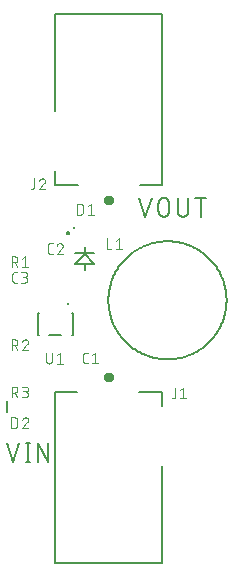
<source format=gto>
G04 EAGLE Gerber RS-274X export*
G75*
%MOMM*%
%FSLAX34Y34*%
%LPD*%
%INSilkscreen Top*%
%IPPOS*%
%AMOC8*
5,1,8,0,0,1.08239X$1,22.5*%
G01*
%ADD10C,0.177800*%
%ADD11C,0.101600*%
%ADD12C,0.200000*%
%ADD13C,0.127000*%
%ADD14C,0.076200*%
%ADD15C,0.203200*%
%ADD16C,0.400000*%


D10*
X123801Y279111D02*
X129135Y263109D01*
X134469Y279111D01*
X141640Y279111D02*
X141640Y263109D01*
X139862Y263109D02*
X143418Y263109D01*
X143418Y279111D02*
X139862Y279111D01*
X150221Y279111D02*
X150221Y263109D01*
X159111Y263109D02*
X150221Y279111D01*
X159111Y279111D02*
X159111Y263109D01*
X241223Y470889D02*
X235889Y486891D01*
X246557Y486891D02*
X241223Y470889D01*
X252409Y475334D02*
X252409Y482446D01*
X252411Y482578D01*
X252417Y482709D01*
X252427Y482841D01*
X252440Y482972D01*
X252458Y483102D01*
X252479Y483232D01*
X252504Y483362D01*
X252533Y483490D01*
X252566Y483618D01*
X252603Y483744D01*
X252643Y483870D01*
X252687Y483994D01*
X252735Y484117D01*
X252786Y484238D01*
X252841Y484358D01*
X252899Y484476D01*
X252961Y484592D01*
X253027Y484706D01*
X253095Y484819D01*
X253167Y484929D01*
X253242Y485037D01*
X253321Y485143D01*
X253402Y485247D01*
X253487Y485348D01*
X253574Y485446D01*
X253665Y485542D01*
X253758Y485635D01*
X253854Y485726D01*
X253952Y485813D01*
X254053Y485898D01*
X254157Y485979D01*
X254263Y486058D01*
X254371Y486133D01*
X254481Y486205D01*
X254594Y486273D01*
X254708Y486339D01*
X254824Y486401D01*
X254942Y486459D01*
X255062Y486514D01*
X255183Y486565D01*
X255306Y486613D01*
X255430Y486657D01*
X255556Y486697D01*
X255682Y486734D01*
X255810Y486767D01*
X255938Y486796D01*
X256068Y486821D01*
X256198Y486842D01*
X256328Y486860D01*
X256459Y486873D01*
X256591Y486883D01*
X256722Y486889D01*
X256854Y486891D01*
X256986Y486889D01*
X257117Y486883D01*
X257249Y486873D01*
X257380Y486860D01*
X257510Y486842D01*
X257640Y486821D01*
X257770Y486796D01*
X257898Y486767D01*
X258026Y486734D01*
X258152Y486697D01*
X258278Y486657D01*
X258402Y486613D01*
X258525Y486565D01*
X258646Y486514D01*
X258766Y486459D01*
X258884Y486401D01*
X259000Y486339D01*
X259114Y486273D01*
X259227Y486205D01*
X259337Y486133D01*
X259445Y486058D01*
X259551Y485979D01*
X259655Y485898D01*
X259756Y485813D01*
X259854Y485726D01*
X259950Y485635D01*
X260043Y485542D01*
X260134Y485446D01*
X260221Y485348D01*
X260306Y485247D01*
X260387Y485143D01*
X260466Y485037D01*
X260541Y484929D01*
X260613Y484819D01*
X260681Y484706D01*
X260747Y484592D01*
X260809Y484476D01*
X260867Y484358D01*
X260922Y484238D01*
X260973Y484117D01*
X261021Y483994D01*
X261065Y483870D01*
X261105Y483744D01*
X261142Y483618D01*
X261175Y483490D01*
X261204Y483362D01*
X261229Y483232D01*
X261250Y483102D01*
X261268Y482972D01*
X261281Y482841D01*
X261291Y482709D01*
X261297Y482578D01*
X261299Y482446D01*
X261299Y475334D01*
X261297Y475202D01*
X261291Y475071D01*
X261281Y474939D01*
X261268Y474808D01*
X261250Y474678D01*
X261229Y474548D01*
X261204Y474418D01*
X261175Y474290D01*
X261142Y474162D01*
X261105Y474036D01*
X261065Y473910D01*
X261021Y473786D01*
X260973Y473663D01*
X260922Y473542D01*
X260867Y473422D01*
X260809Y473304D01*
X260747Y473188D01*
X260681Y473074D01*
X260613Y472961D01*
X260541Y472851D01*
X260466Y472743D01*
X260387Y472637D01*
X260306Y472533D01*
X260221Y472432D01*
X260134Y472334D01*
X260043Y472238D01*
X259950Y472145D01*
X259854Y472054D01*
X259756Y471967D01*
X259655Y471882D01*
X259551Y471801D01*
X259445Y471722D01*
X259337Y471647D01*
X259227Y471575D01*
X259114Y471507D01*
X259000Y471441D01*
X258884Y471379D01*
X258766Y471321D01*
X258646Y471266D01*
X258525Y471215D01*
X258402Y471167D01*
X258278Y471123D01*
X258152Y471083D01*
X258026Y471046D01*
X257898Y471013D01*
X257770Y470984D01*
X257640Y470959D01*
X257510Y470938D01*
X257380Y470920D01*
X257249Y470907D01*
X257117Y470897D01*
X256986Y470891D01*
X256854Y470889D01*
X256722Y470891D01*
X256591Y470897D01*
X256459Y470907D01*
X256328Y470920D01*
X256198Y470938D01*
X256068Y470959D01*
X255938Y470984D01*
X255810Y471013D01*
X255682Y471046D01*
X255556Y471083D01*
X255430Y471123D01*
X255306Y471167D01*
X255183Y471215D01*
X255062Y471266D01*
X254942Y471321D01*
X254824Y471379D01*
X254708Y471441D01*
X254594Y471507D01*
X254481Y471575D01*
X254371Y471647D01*
X254263Y471722D01*
X254157Y471801D01*
X254053Y471882D01*
X253952Y471967D01*
X253854Y472054D01*
X253758Y472145D01*
X253665Y472238D01*
X253574Y472334D01*
X253487Y472432D01*
X253402Y472533D01*
X253321Y472637D01*
X253242Y472743D01*
X253167Y472851D01*
X253095Y472961D01*
X253027Y473074D01*
X252961Y473188D01*
X252899Y473304D01*
X252841Y473422D01*
X252786Y473542D01*
X252735Y473663D01*
X252687Y473786D01*
X252643Y473910D01*
X252603Y474036D01*
X252566Y474162D01*
X252533Y474290D01*
X252504Y474418D01*
X252479Y474548D01*
X252458Y474678D01*
X252440Y474808D01*
X252427Y474939D01*
X252417Y475071D01*
X252411Y475202D01*
X252409Y475334D01*
X268562Y475334D02*
X268562Y486891D01*
X268562Y475334D02*
X268564Y475202D01*
X268570Y475071D01*
X268580Y474939D01*
X268593Y474808D01*
X268611Y474678D01*
X268632Y474548D01*
X268657Y474418D01*
X268686Y474290D01*
X268719Y474162D01*
X268756Y474036D01*
X268796Y473910D01*
X268840Y473786D01*
X268888Y473663D01*
X268939Y473542D01*
X268994Y473422D01*
X269052Y473304D01*
X269114Y473188D01*
X269180Y473074D01*
X269248Y472961D01*
X269320Y472851D01*
X269395Y472743D01*
X269474Y472637D01*
X269555Y472533D01*
X269640Y472432D01*
X269727Y472334D01*
X269818Y472238D01*
X269911Y472145D01*
X270007Y472054D01*
X270105Y471967D01*
X270206Y471882D01*
X270310Y471801D01*
X270416Y471722D01*
X270524Y471647D01*
X270634Y471575D01*
X270747Y471507D01*
X270861Y471441D01*
X270977Y471379D01*
X271095Y471321D01*
X271215Y471266D01*
X271336Y471215D01*
X271459Y471167D01*
X271583Y471123D01*
X271709Y471083D01*
X271835Y471046D01*
X271963Y471013D01*
X272091Y470984D01*
X272221Y470959D01*
X272351Y470938D01*
X272481Y470920D01*
X272612Y470907D01*
X272744Y470897D01*
X272875Y470891D01*
X273007Y470889D01*
X273139Y470891D01*
X273270Y470897D01*
X273402Y470907D01*
X273533Y470920D01*
X273663Y470938D01*
X273793Y470959D01*
X273923Y470984D01*
X274051Y471013D01*
X274179Y471046D01*
X274305Y471083D01*
X274431Y471123D01*
X274555Y471167D01*
X274678Y471215D01*
X274799Y471266D01*
X274919Y471321D01*
X275037Y471379D01*
X275153Y471441D01*
X275267Y471507D01*
X275380Y471575D01*
X275490Y471647D01*
X275598Y471722D01*
X275704Y471801D01*
X275808Y471882D01*
X275909Y471967D01*
X276007Y472054D01*
X276103Y472145D01*
X276196Y472238D01*
X276287Y472334D01*
X276374Y472432D01*
X276459Y472533D01*
X276540Y472637D01*
X276619Y472743D01*
X276694Y472851D01*
X276766Y472961D01*
X276834Y473074D01*
X276900Y473188D01*
X276962Y473304D01*
X277020Y473422D01*
X277075Y473542D01*
X277126Y473663D01*
X277174Y473786D01*
X277218Y473910D01*
X277258Y474036D01*
X277295Y474162D01*
X277328Y474290D01*
X277357Y474418D01*
X277382Y474548D01*
X277403Y474678D01*
X277421Y474808D01*
X277434Y474939D01*
X277444Y475071D01*
X277450Y475202D01*
X277452Y475334D01*
X277452Y486891D01*
X288117Y486891D02*
X288117Y470889D01*
X283672Y486891D02*
X292562Y486891D01*
D11*
X192733Y346618D02*
X190736Y346618D01*
X190649Y346620D01*
X190562Y346626D01*
X190475Y346635D01*
X190389Y346648D01*
X190304Y346665D01*
X190219Y346686D01*
X190136Y346710D01*
X190053Y346738D01*
X189972Y346770D01*
X189892Y346805D01*
X189814Y346844D01*
X189738Y346885D01*
X189664Y346931D01*
X189591Y346979D01*
X189521Y347030D01*
X189453Y347085D01*
X189388Y347142D01*
X189325Y347203D01*
X189264Y347266D01*
X189207Y347331D01*
X189152Y347399D01*
X189101Y347469D01*
X189053Y347542D01*
X189007Y347616D01*
X188966Y347692D01*
X188927Y347770D01*
X188892Y347850D01*
X188860Y347931D01*
X188832Y348014D01*
X188808Y348097D01*
X188787Y348182D01*
X188770Y348267D01*
X188757Y348353D01*
X188748Y348440D01*
X188742Y348527D01*
X188740Y348614D01*
X188740Y353606D01*
X188742Y353693D01*
X188748Y353780D01*
X188757Y353867D01*
X188770Y353953D01*
X188787Y354038D01*
X188808Y354123D01*
X188832Y354206D01*
X188860Y354289D01*
X188892Y354370D01*
X188927Y354450D01*
X188966Y354528D01*
X189007Y354604D01*
X189053Y354678D01*
X189101Y354751D01*
X189152Y354821D01*
X189207Y354889D01*
X189264Y354954D01*
X189325Y355017D01*
X189388Y355078D01*
X189453Y355135D01*
X189521Y355190D01*
X189591Y355241D01*
X189664Y355289D01*
X189738Y355335D01*
X189814Y355376D01*
X189892Y355415D01*
X189972Y355450D01*
X190053Y355482D01*
X190136Y355510D01*
X190219Y355534D01*
X190304Y355555D01*
X190389Y355572D01*
X190475Y355585D01*
X190562Y355594D01*
X190649Y355600D01*
X190736Y355602D01*
X192733Y355602D01*
X196269Y353606D02*
X198765Y355602D01*
X198765Y346618D01*
X201260Y346618D02*
X196269Y346618D01*
X162733Y439398D02*
X160736Y439398D01*
X160649Y439400D01*
X160562Y439406D01*
X160475Y439415D01*
X160389Y439428D01*
X160304Y439445D01*
X160219Y439466D01*
X160136Y439490D01*
X160053Y439518D01*
X159972Y439550D01*
X159892Y439585D01*
X159814Y439624D01*
X159738Y439665D01*
X159664Y439711D01*
X159591Y439759D01*
X159521Y439810D01*
X159453Y439865D01*
X159388Y439922D01*
X159325Y439983D01*
X159264Y440046D01*
X159207Y440111D01*
X159152Y440179D01*
X159101Y440249D01*
X159053Y440322D01*
X159007Y440396D01*
X158966Y440472D01*
X158927Y440550D01*
X158892Y440630D01*
X158860Y440711D01*
X158832Y440794D01*
X158808Y440877D01*
X158787Y440962D01*
X158770Y441047D01*
X158757Y441133D01*
X158748Y441220D01*
X158742Y441307D01*
X158740Y441394D01*
X158740Y446386D01*
X158742Y446473D01*
X158748Y446560D01*
X158757Y446647D01*
X158770Y446733D01*
X158787Y446818D01*
X158808Y446903D01*
X158832Y446986D01*
X158860Y447069D01*
X158892Y447150D01*
X158927Y447230D01*
X158966Y447308D01*
X159007Y447384D01*
X159053Y447458D01*
X159101Y447531D01*
X159152Y447601D01*
X159207Y447669D01*
X159264Y447734D01*
X159325Y447797D01*
X159388Y447858D01*
X159453Y447915D01*
X159521Y447970D01*
X159591Y448021D01*
X159664Y448069D01*
X159738Y448115D01*
X159814Y448156D01*
X159892Y448195D01*
X159972Y448230D01*
X160053Y448262D01*
X160136Y448290D01*
X160219Y448314D01*
X160304Y448335D01*
X160389Y448352D01*
X160475Y448365D01*
X160562Y448374D01*
X160649Y448380D01*
X160736Y448382D01*
X162733Y448382D01*
X169014Y448382D02*
X169107Y448380D01*
X169199Y448374D01*
X169292Y448365D01*
X169384Y448351D01*
X169475Y448334D01*
X169565Y448313D01*
X169655Y448289D01*
X169743Y448260D01*
X169830Y448228D01*
X169916Y448193D01*
X170000Y448154D01*
X170083Y448111D01*
X170164Y448065D01*
X170242Y448016D01*
X170319Y447964D01*
X170394Y447908D01*
X170466Y447850D01*
X170535Y447788D01*
X170602Y447724D01*
X170666Y447657D01*
X170728Y447588D01*
X170786Y447516D01*
X170842Y447441D01*
X170894Y447364D01*
X170943Y447286D01*
X170989Y447205D01*
X171032Y447122D01*
X171071Y447038D01*
X171106Y446952D01*
X171138Y446865D01*
X171167Y446777D01*
X171191Y446687D01*
X171212Y446597D01*
X171229Y446506D01*
X171243Y446414D01*
X171252Y446321D01*
X171258Y446229D01*
X171260Y446136D01*
X169014Y448383D02*
X168907Y448381D01*
X168801Y448375D01*
X168694Y448365D01*
X168589Y448351D01*
X168483Y448334D01*
X168379Y448312D01*
X168275Y448287D01*
X168172Y448258D01*
X168071Y448225D01*
X167971Y448188D01*
X167872Y448147D01*
X167775Y448103D01*
X167679Y448056D01*
X167585Y448005D01*
X167494Y447950D01*
X167404Y447892D01*
X167317Y447831D01*
X167231Y447767D01*
X167149Y447699D01*
X167069Y447629D01*
X166991Y447555D01*
X166916Y447479D01*
X166844Y447400D01*
X166776Y447319D01*
X166710Y447235D01*
X166647Y447148D01*
X166588Y447060D01*
X166531Y446969D01*
X166479Y446876D01*
X166429Y446781D01*
X166384Y446685D01*
X166342Y446587D01*
X166303Y446487D01*
X166268Y446386D01*
X170512Y444389D02*
X170582Y444458D01*
X170648Y444529D01*
X170712Y444603D01*
X170772Y444680D01*
X170830Y444759D01*
X170884Y444840D01*
X170934Y444924D01*
X170982Y445009D01*
X171026Y445097D01*
X171066Y445186D01*
X171103Y445276D01*
X171136Y445368D01*
X171165Y445461D01*
X171190Y445556D01*
X171212Y445651D01*
X171229Y445747D01*
X171243Y445844D01*
X171253Y445941D01*
X171259Y446038D01*
X171261Y446136D01*
X170512Y444389D02*
X166269Y439398D01*
X171260Y439398D01*
X132733Y414888D02*
X130736Y414888D01*
X130649Y414890D01*
X130562Y414896D01*
X130475Y414905D01*
X130389Y414918D01*
X130304Y414935D01*
X130219Y414956D01*
X130136Y414980D01*
X130053Y415008D01*
X129972Y415040D01*
X129892Y415075D01*
X129814Y415114D01*
X129738Y415155D01*
X129664Y415201D01*
X129591Y415249D01*
X129521Y415300D01*
X129453Y415355D01*
X129388Y415412D01*
X129325Y415473D01*
X129264Y415536D01*
X129207Y415601D01*
X129152Y415669D01*
X129101Y415739D01*
X129053Y415812D01*
X129007Y415886D01*
X128966Y415962D01*
X128927Y416040D01*
X128892Y416120D01*
X128860Y416201D01*
X128832Y416284D01*
X128808Y416367D01*
X128787Y416452D01*
X128770Y416537D01*
X128757Y416623D01*
X128748Y416710D01*
X128742Y416797D01*
X128740Y416884D01*
X128740Y421876D01*
X128742Y421963D01*
X128748Y422050D01*
X128757Y422137D01*
X128770Y422223D01*
X128787Y422308D01*
X128808Y422393D01*
X128832Y422476D01*
X128860Y422559D01*
X128892Y422640D01*
X128927Y422720D01*
X128966Y422798D01*
X129007Y422874D01*
X129053Y422948D01*
X129101Y423021D01*
X129152Y423091D01*
X129207Y423159D01*
X129264Y423224D01*
X129325Y423287D01*
X129388Y423348D01*
X129453Y423405D01*
X129521Y423460D01*
X129591Y423511D01*
X129664Y423559D01*
X129738Y423605D01*
X129814Y423646D01*
X129892Y423685D01*
X129972Y423720D01*
X130053Y423752D01*
X130136Y423780D01*
X130219Y423804D01*
X130304Y423825D01*
X130389Y423842D01*
X130475Y423855D01*
X130562Y423864D01*
X130649Y423870D01*
X130736Y423872D01*
X132733Y423872D01*
X136269Y414888D02*
X138765Y414888D01*
X138864Y414890D01*
X138963Y414896D01*
X139062Y414906D01*
X139160Y414920D01*
X139258Y414937D01*
X139355Y414959D01*
X139451Y414984D01*
X139546Y415013D01*
X139639Y415046D01*
X139732Y415083D01*
X139822Y415123D01*
X139911Y415167D01*
X139999Y415214D01*
X140084Y415265D01*
X140167Y415319D01*
X140248Y415376D01*
X140327Y415437D01*
X140403Y415501D01*
X140477Y415567D01*
X140547Y415637D01*
X140615Y415709D01*
X140681Y415784D01*
X140743Y415861D01*
X140802Y415941D01*
X140857Y416023D01*
X140910Y416107D01*
X140959Y416194D01*
X141005Y416282D01*
X141047Y416372D01*
X141085Y416463D01*
X141120Y416556D01*
X141151Y416651D01*
X141178Y416746D01*
X141202Y416842D01*
X141221Y416940D01*
X141237Y417038D01*
X141249Y417136D01*
X141257Y417235D01*
X141261Y417334D01*
X141261Y417434D01*
X141257Y417533D01*
X141249Y417632D01*
X141237Y417730D01*
X141221Y417828D01*
X141202Y417926D01*
X141178Y418022D01*
X141151Y418117D01*
X141120Y418212D01*
X141085Y418305D01*
X141047Y418396D01*
X141005Y418486D01*
X140959Y418574D01*
X140910Y418661D01*
X140857Y418745D01*
X140802Y418827D01*
X140743Y418907D01*
X140681Y418984D01*
X140615Y419059D01*
X140547Y419131D01*
X140477Y419201D01*
X140403Y419267D01*
X140327Y419331D01*
X140248Y419392D01*
X140167Y419449D01*
X140084Y419503D01*
X139999Y419554D01*
X139911Y419601D01*
X139822Y419645D01*
X139732Y419685D01*
X139639Y419722D01*
X139546Y419755D01*
X139451Y419784D01*
X139355Y419809D01*
X139258Y419831D01*
X139160Y419848D01*
X139062Y419862D01*
X138963Y419872D01*
X138864Y419878D01*
X138765Y419880D01*
X139264Y423872D02*
X136269Y423872D01*
X139264Y423872D02*
X139352Y423870D01*
X139440Y423864D01*
X139528Y423854D01*
X139615Y423841D01*
X139702Y423823D01*
X139788Y423802D01*
X139872Y423777D01*
X139956Y423748D01*
X140038Y423716D01*
X140119Y423680D01*
X140198Y423640D01*
X140275Y423597D01*
X140350Y423551D01*
X140423Y423501D01*
X140494Y423448D01*
X140562Y423392D01*
X140628Y423333D01*
X140691Y423272D01*
X140751Y423207D01*
X140809Y423140D01*
X140863Y423071D01*
X140914Y422999D01*
X140962Y422925D01*
X141007Y422848D01*
X141048Y422770D01*
X141086Y422691D01*
X141120Y422609D01*
X141151Y422526D01*
X141178Y422442D01*
X141201Y422357D01*
X141221Y422271D01*
X141236Y422184D01*
X141248Y422096D01*
X141256Y422008D01*
X141260Y421920D01*
X141260Y421832D01*
X141256Y421744D01*
X141248Y421656D01*
X141236Y421568D01*
X141221Y421481D01*
X141201Y421395D01*
X141178Y421310D01*
X141151Y421226D01*
X141120Y421143D01*
X141086Y421061D01*
X141048Y420982D01*
X141007Y420904D01*
X140962Y420827D01*
X140914Y420753D01*
X140863Y420681D01*
X140809Y420612D01*
X140751Y420545D01*
X140691Y420480D01*
X140628Y420419D01*
X140562Y420360D01*
X140494Y420304D01*
X140423Y420251D01*
X140350Y420201D01*
X140275Y420155D01*
X140198Y420112D01*
X140119Y420072D01*
X140038Y420036D01*
X139956Y420004D01*
X139872Y419975D01*
X139788Y419950D01*
X139702Y419929D01*
X139615Y419911D01*
X139528Y419898D01*
X139440Y419888D01*
X139352Y419882D01*
X139264Y419880D01*
X139264Y419879D02*
X137268Y419879D01*
D12*
X181000Y461000D03*
D13*
X190000Y431000D02*
X190000Y426000D01*
X182000Y431000D02*
X198000Y431000D01*
X190000Y439000D01*
X182000Y431000D01*
X190000Y440000D02*
X198000Y440000D01*
X190000Y440000D02*
X182000Y440000D01*
X190000Y440000D02*
X190000Y445000D01*
X175000Y457000D02*
X175002Y457063D01*
X175008Y457125D01*
X175018Y457187D01*
X175031Y457249D01*
X175049Y457309D01*
X175070Y457368D01*
X175095Y457426D01*
X175124Y457482D01*
X175156Y457536D01*
X175191Y457588D01*
X175229Y457637D01*
X175271Y457685D01*
X175315Y457729D01*
X175363Y457771D01*
X175412Y457809D01*
X175464Y457844D01*
X175518Y457876D01*
X175574Y457905D01*
X175632Y457930D01*
X175691Y457951D01*
X175751Y457969D01*
X175813Y457982D01*
X175875Y457992D01*
X175937Y457998D01*
X176000Y458000D01*
X176063Y457998D01*
X176125Y457992D01*
X176187Y457982D01*
X176249Y457969D01*
X176309Y457951D01*
X176368Y457930D01*
X176426Y457905D01*
X176482Y457876D01*
X176536Y457844D01*
X176588Y457809D01*
X176637Y457771D01*
X176685Y457729D01*
X176729Y457685D01*
X176771Y457637D01*
X176809Y457588D01*
X176844Y457536D01*
X176876Y457482D01*
X176905Y457426D01*
X176930Y457368D01*
X176951Y457309D01*
X176969Y457249D01*
X176982Y457187D01*
X176992Y457125D01*
X176998Y457063D01*
X177000Y457000D01*
X176998Y456937D01*
X176992Y456875D01*
X176982Y456813D01*
X176969Y456751D01*
X176951Y456691D01*
X176930Y456632D01*
X176905Y456574D01*
X176876Y456518D01*
X176844Y456464D01*
X176809Y456412D01*
X176771Y456363D01*
X176729Y456315D01*
X176685Y456271D01*
X176637Y456229D01*
X176588Y456191D01*
X176536Y456156D01*
X176482Y456124D01*
X176426Y456095D01*
X176368Y456070D01*
X176309Y456049D01*
X176249Y456031D01*
X176187Y456018D01*
X176125Y456008D01*
X176063Y456002D01*
X176000Y456000D01*
X175937Y456002D01*
X175875Y456008D01*
X175813Y456018D01*
X175751Y456031D01*
X175691Y456049D01*
X175632Y456070D01*
X175574Y456095D01*
X175518Y456124D01*
X175464Y456156D01*
X175412Y456191D01*
X175363Y456229D01*
X175315Y456271D01*
X175271Y456315D01*
X175229Y456363D01*
X175191Y456412D01*
X175156Y456464D01*
X175124Y456518D01*
X175095Y456574D01*
X175070Y456632D01*
X175049Y456691D01*
X175031Y456751D01*
X175018Y456813D01*
X175008Y456875D01*
X175002Y456937D01*
X175000Y457000D01*
D14*
X183381Y472381D02*
X183381Y481619D01*
X185947Y481619D01*
X186045Y481617D01*
X186143Y481611D01*
X186241Y481602D01*
X186339Y481589D01*
X186436Y481572D01*
X186532Y481552D01*
X186627Y481527D01*
X186721Y481499D01*
X186814Y481468D01*
X186906Y481433D01*
X186997Y481394D01*
X187086Y481353D01*
X187173Y481307D01*
X187258Y481259D01*
X187342Y481207D01*
X187423Y481152D01*
X187503Y481094D01*
X187580Y481033D01*
X187654Y480969D01*
X187726Y480902D01*
X187796Y480832D01*
X187863Y480760D01*
X187927Y480686D01*
X187988Y480609D01*
X188046Y480529D01*
X188101Y480448D01*
X188153Y480364D01*
X188201Y480279D01*
X188247Y480192D01*
X188288Y480103D01*
X188327Y480012D01*
X188362Y479920D01*
X188393Y479827D01*
X188421Y479733D01*
X188446Y479638D01*
X188466Y479542D01*
X188483Y479445D01*
X188496Y479347D01*
X188505Y479249D01*
X188511Y479151D01*
X188513Y479053D01*
X188513Y474947D01*
X188511Y474849D01*
X188505Y474751D01*
X188496Y474653D01*
X188483Y474555D01*
X188466Y474458D01*
X188446Y474362D01*
X188421Y474267D01*
X188393Y474173D01*
X188362Y474080D01*
X188327Y473988D01*
X188288Y473897D01*
X188247Y473808D01*
X188201Y473721D01*
X188153Y473636D01*
X188101Y473552D01*
X188046Y473471D01*
X187988Y473391D01*
X187927Y473314D01*
X187863Y473240D01*
X187796Y473168D01*
X187726Y473098D01*
X187654Y473031D01*
X187580Y472967D01*
X187503Y472906D01*
X187423Y472848D01*
X187342Y472793D01*
X187258Y472741D01*
X187173Y472693D01*
X187086Y472647D01*
X186997Y472606D01*
X186906Y472567D01*
X186814Y472532D01*
X186721Y472501D01*
X186627Y472473D01*
X186532Y472448D01*
X186436Y472428D01*
X186339Y472411D01*
X186241Y472398D01*
X186143Y472389D01*
X186045Y472383D01*
X185947Y472381D01*
X183381Y472381D01*
X192681Y479566D02*
X195247Y481619D01*
X195247Y472381D01*
X192681Y472381D02*
X197813Y472381D01*
D15*
X124125Y314763D02*
X124125Y305238D01*
D11*
X127854Y300842D02*
X127854Y291858D01*
X127854Y300842D02*
X130350Y300842D01*
X130448Y300840D01*
X130546Y300834D01*
X130643Y300825D01*
X130740Y300811D01*
X130837Y300794D01*
X130933Y300773D01*
X131028Y300748D01*
X131121Y300720D01*
X131214Y300688D01*
X131305Y300652D01*
X131395Y300613D01*
X131483Y300570D01*
X131570Y300524D01*
X131654Y300474D01*
X131737Y300421D01*
X131817Y300365D01*
X131895Y300306D01*
X131971Y300244D01*
X132044Y300179D01*
X132115Y300111D01*
X132183Y300040D01*
X132248Y299967D01*
X132310Y299891D01*
X132369Y299813D01*
X132425Y299733D01*
X132478Y299650D01*
X132528Y299566D01*
X132574Y299479D01*
X132617Y299391D01*
X132656Y299301D01*
X132692Y299210D01*
X132724Y299117D01*
X132752Y299024D01*
X132777Y298929D01*
X132798Y298833D01*
X132815Y298736D01*
X132829Y298639D01*
X132838Y298542D01*
X132844Y298444D01*
X132846Y298346D01*
X132846Y294354D01*
X132844Y294256D01*
X132838Y294158D01*
X132829Y294061D01*
X132815Y293964D01*
X132798Y293867D01*
X132777Y293771D01*
X132752Y293676D01*
X132724Y293583D01*
X132692Y293490D01*
X132656Y293399D01*
X132617Y293309D01*
X132574Y293221D01*
X132528Y293134D01*
X132478Y293050D01*
X132425Y292967D01*
X132369Y292887D01*
X132310Y292809D01*
X132248Y292733D01*
X132183Y292660D01*
X132115Y292589D01*
X132044Y292521D01*
X131971Y292456D01*
X131895Y292394D01*
X131817Y292335D01*
X131737Y292279D01*
X131654Y292226D01*
X131570Y292176D01*
X131483Y292130D01*
X131395Y292087D01*
X131305Y292048D01*
X131214Y292012D01*
X131121Y291980D01*
X131027Y291952D01*
X130933Y291927D01*
X130837Y291906D01*
X130740Y291889D01*
X130643Y291875D01*
X130546Y291866D01*
X130448Y291860D01*
X130350Y291858D01*
X127854Y291858D01*
X139900Y300842D02*
X139993Y300840D01*
X140085Y300834D01*
X140178Y300825D01*
X140270Y300811D01*
X140361Y300794D01*
X140451Y300773D01*
X140541Y300749D01*
X140629Y300720D01*
X140716Y300688D01*
X140802Y300653D01*
X140886Y300614D01*
X140969Y300571D01*
X141050Y300525D01*
X141128Y300476D01*
X141205Y300424D01*
X141280Y300368D01*
X141352Y300310D01*
X141421Y300248D01*
X141488Y300184D01*
X141552Y300117D01*
X141614Y300048D01*
X141672Y299976D01*
X141728Y299901D01*
X141780Y299824D01*
X141829Y299746D01*
X141875Y299665D01*
X141918Y299582D01*
X141957Y299498D01*
X141992Y299412D01*
X142024Y299325D01*
X142053Y299237D01*
X142077Y299147D01*
X142098Y299057D01*
X142115Y298966D01*
X142129Y298874D01*
X142138Y298781D01*
X142144Y298689D01*
X142146Y298596D01*
X139900Y300843D02*
X139793Y300841D01*
X139687Y300835D01*
X139580Y300825D01*
X139475Y300811D01*
X139369Y300794D01*
X139265Y300772D01*
X139161Y300747D01*
X139058Y300718D01*
X138957Y300685D01*
X138857Y300648D01*
X138758Y300607D01*
X138661Y300563D01*
X138565Y300516D01*
X138471Y300465D01*
X138380Y300410D01*
X138290Y300352D01*
X138203Y300291D01*
X138117Y300227D01*
X138035Y300159D01*
X137955Y300089D01*
X137877Y300015D01*
X137802Y299939D01*
X137730Y299860D01*
X137662Y299779D01*
X137596Y299695D01*
X137533Y299608D01*
X137474Y299520D01*
X137417Y299429D01*
X137365Y299336D01*
X137315Y299241D01*
X137270Y299145D01*
X137228Y299047D01*
X137189Y298947D01*
X137154Y298846D01*
X141397Y296849D02*
X141467Y296918D01*
X141533Y296989D01*
X141597Y297063D01*
X141657Y297140D01*
X141715Y297219D01*
X141769Y297300D01*
X141819Y297384D01*
X141867Y297469D01*
X141911Y297557D01*
X141951Y297646D01*
X141988Y297736D01*
X142021Y297828D01*
X142050Y297921D01*
X142075Y298016D01*
X142097Y298111D01*
X142114Y298207D01*
X142128Y298304D01*
X142138Y298401D01*
X142144Y298498D01*
X142146Y298596D01*
X141397Y296849D02*
X137154Y291858D01*
X142146Y291858D01*
D13*
X165000Y178000D02*
X255000Y178000D01*
X165000Y178000D02*
X165000Y322000D01*
X255000Y322000D02*
X255000Y310500D01*
X183500Y322000D02*
X165000Y322000D01*
X255000Y259500D02*
X255000Y178000D01*
X255000Y322000D02*
X235500Y322000D01*
D16*
X208000Y335000D02*
X208002Y335089D01*
X208008Y335178D01*
X208018Y335267D01*
X208032Y335355D01*
X208049Y335442D01*
X208071Y335528D01*
X208097Y335614D01*
X208126Y335698D01*
X208159Y335781D01*
X208195Y335862D01*
X208236Y335942D01*
X208279Y336019D01*
X208326Y336095D01*
X208377Y336168D01*
X208430Y336239D01*
X208487Y336308D01*
X208547Y336374D01*
X208610Y336438D01*
X208675Y336498D01*
X208743Y336556D01*
X208814Y336610D01*
X208887Y336661D01*
X208962Y336709D01*
X209039Y336754D01*
X209118Y336795D01*
X209199Y336832D01*
X209281Y336866D01*
X209365Y336897D01*
X209450Y336923D01*
X209536Y336946D01*
X209623Y336964D01*
X209711Y336979D01*
X209800Y336990D01*
X209889Y336997D01*
X209978Y337000D01*
X210067Y336999D01*
X210156Y336994D01*
X210244Y336985D01*
X210333Y336972D01*
X210420Y336955D01*
X210507Y336935D01*
X210593Y336910D01*
X210677Y336882D01*
X210760Y336850D01*
X210842Y336814D01*
X210922Y336775D01*
X211000Y336732D01*
X211076Y336686D01*
X211150Y336636D01*
X211222Y336583D01*
X211291Y336527D01*
X211358Y336468D01*
X211422Y336406D01*
X211483Y336342D01*
X211542Y336274D01*
X211597Y336204D01*
X211649Y336132D01*
X211698Y336057D01*
X211743Y335981D01*
X211785Y335902D01*
X211823Y335822D01*
X211858Y335740D01*
X211889Y335656D01*
X211917Y335571D01*
X211940Y335485D01*
X211960Y335398D01*
X211976Y335311D01*
X211988Y335222D01*
X211996Y335134D01*
X212000Y335045D01*
X212000Y334955D01*
X211996Y334866D01*
X211988Y334778D01*
X211976Y334689D01*
X211960Y334602D01*
X211940Y334515D01*
X211917Y334429D01*
X211889Y334344D01*
X211858Y334260D01*
X211823Y334178D01*
X211785Y334098D01*
X211743Y334019D01*
X211698Y333943D01*
X211649Y333868D01*
X211597Y333796D01*
X211542Y333726D01*
X211483Y333658D01*
X211422Y333594D01*
X211358Y333532D01*
X211291Y333473D01*
X211222Y333417D01*
X211150Y333364D01*
X211076Y333314D01*
X211000Y333268D01*
X210922Y333225D01*
X210842Y333186D01*
X210760Y333150D01*
X210677Y333118D01*
X210593Y333090D01*
X210507Y333065D01*
X210420Y333045D01*
X210333Y333028D01*
X210244Y333015D01*
X210156Y333006D01*
X210067Y333001D01*
X209978Y333000D01*
X209889Y333003D01*
X209800Y333010D01*
X209711Y333021D01*
X209623Y333036D01*
X209536Y333054D01*
X209450Y333077D01*
X209365Y333103D01*
X209281Y333134D01*
X209199Y333168D01*
X209118Y333205D01*
X209039Y333246D01*
X208962Y333291D01*
X208887Y333339D01*
X208814Y333390D01*
X208743Y333444D01*
X208675Y333502D01*
X208610Y333562D01*
X208547Y333626D01*
X208487Y333692D01*
X208430Y333761D01*
X208377Y333832D01*
X208326Y333905D01*
X208279Y333981D01*
X208236Y334058D01*
X208195Y334138D01*
X208159Y334219D01*
X208126Y334302D01*
X208097Y334386D01*
X208071Y334472D01*
X208049Y334558D01*
X208032Y334645D01*
X208018Y334733D01*
X208008Y334822D01*
X208002Y334911D01*
X208000Y335000D01*
D11*
X266597Y325843D02*
X266597Y318855D01*
X266595Y318768D01*
X266589Y318681D01*
X266580Y318594D01*
X266567Y318508D01*
X266550Y318423D01*
X266529Y318338D01*
X266505Y318255D01*
X266477Y318172D01*
X266445Y318091D01*
X266410Y318011D01*
X266371Y317933D01*
X266330Y317857D01*
X266284Y317783D01*
X266236Y317710D01*
X266185Y317640D01*
X266130Y317572D01*
X266073Y317507D01*
X266012Y317444D01*
X265949Y317383D01*
X265884Y317326D01*
X265816Y317271D01*
X265746Y317220D01*
X265673Y317172D01*
X265599Y317126D01*
X265523Y317085D01*
X265445Y317046D01*
X265365Y317011D01*
X265284Y316979D01*
X265201Y316951D01*
X265118Y316927D01*
X265033Y316906D01*
X264948Y316889D01*
X264862Y316876D01*
X264775Y316867D01*
X264688Y316861D01*
X264601Y316859D01*
X263602Y316859D01*
X270864Y323846D02*
X273360Y325843D01*
X273360Y316859D01*
X275855Y316859D02*
X270864Y316859D01*
D13*
X255000Y642000D02*
X165000Y642000D01*
X255000Y642000D02*
X255000Y498000D01*
X165000Y498000D02*
X165000Y509500D01*
X236500Y498000D02*
X255000Y498000D01*
X165000Y560500D02*
X165000Y642000D01*
X165000Y498000D02*
X184500Y498000D01*
D16*
X208000Y485000D02*
X208002Y485089D01*
X208008Y485178D01*
X208018Y485267D01*
X208032Y485355D01*
X208049Y485442D01*
X208071Y485528D01*
X208097Y485614D01*
X208126Y485698D01*
X208159Y485781D01*
X208195Y485862D01*
X208236Y485942D01*
X208279Y486019D01*
X208326Y486095D01*
X208377Y486168D01*
X208430Y486239D01*
X208487Y486308D01*
X208547Y486374D01*
X208610Y486438D01*
X208675Y486498D01*
X208743Y486556D01*
X208814Y486610D01*
X208887Y486661D01*
X208962Y486709D01*
X209039Y486754D01*
X209118Y486795D01*
X209199Y486832D01*
X209281Y486866D01*
X209365Y486897D01*
X209450Y486923D01*
X209536Y486946D01*
X209623Y486964D01*
X209711Y486979D01*
X209800Y486990D01*
X209889Y486997D01*
X209978Y487000D01*
X210067Y486999D01*
X210156Y486994D01*
X210244Y486985D01*
X210333Y486972D01*
X210420Y486955D01*
X210507Y486935D01*
X210593Y486910D01*
X210677Y486882D01*
X210760Y486850D01*
X210842Y486814D01*
X210922Y486775D01*
X211000Y486732D01*
X211076Y486686D01*
X211150Y486636D01*
X211222Y486583D01*
X211291Y486527D01*
X211358Y486468D01*
X211422Y486406D01*
X211483Y486342D01*
X211542Y486274D01*
X211597Y486204D01*
X211649Y486132D01*
X211698Y486057D01*
X211743Y485981D01*
X211785Y485902D01*
X211823Y485822D01*
X211858Y485740D01*
X211889Y485656D01*
X211917Y485571D01*
X211940Y485485D01*
X211960Y485398D01*
X211976Y485311D01*
X211988Y485222D01*
X211996Y485134D01*
X212000Y485045D01*
X212000Y484955D01*
X211996Y484866D01*
X211988Y484778D01*
X211976Y484689D01*
X211960Y484602D01*
X211940Y484515D01*
X211917Y484429D01*
X211889Y484344D01*
X211858Y484260D01*
X211823Y484178D01*
X211785Y484098D01*
X211743Y484019D01*
X211698Y483943D01*
X211649Y483868D01*
X211597Y483796D01*
X211542Y483726D01*
X211483Y483658D01*
X211422Y483594D01*
X211358Y483532D01*
X211291Y483473D01*
X211222Y483417D01*
X211150Y483364D01*
X211076Y483314D01*
X211000Y483268D01*
X210922Y483225D01*
X210842Y483186D01*
X210760Y483150D01*
X210677Y483118D01*
X210593Y483090D01*
X210507Y483065D01*
X210420Y483045D01*
X210333Y483028D01*
X210244Y483015D01*
X210156Y483006D01*
X210067Y483001D01*
X209978Y483000D01*
X209889Y483003D01*
X209800Y483010D01*
X209711Y483021D01*
X209623Y483036D01*
X209536Y483054D01*
X209450Y483077D01*
X209365Y483103D01*
X209281Y483134D01*
X209199Y483168D01*
X209118Y483205D01*
X209039Y483246D01*
X208962Y483291D01*
X208887Y483339D01*
X208814Y483390D01*
X208743Y483444D01*
X208675Y483502D01*
X208610Y483562D01*
X208547Y483626D01*
X208487Y483692D01*
X208430Y483761D01*
X208377Y483832D01*
X208326Y483905D01*
X208279Y483981D01*
X208236Y484058D01*
X208195Y484138D01*
X208159Y484219D01*
X208126Y484302D01*
X208097Y484386D01*
X208071Y484472D01*
X208049Y484558D01*
X208032Y484645D01*
X208018Y484733D01*
X208008Y484822D01*
X208002Y484911D01*
X208000Y485000D01*
D11*
X147139Y496154D02*
X147139Y503141D01*
X147139Y496154D02*
X147137Y496067D01*
X147131Y495980D01*
X147122Y495893D01*
X147109Y495807D01*
X147092Y495722D01*
X147071Y495637D01*
X147047Y495554D01*
X147019Y495471D01*
X146987Y495390D01*
X146952Y495310D01*
X146913Y495232D01*
X146872Y495156D01*
X146826Y495082D01*
X146778Y495009D01*
X146727Y494939D01*
X146672Y494871D01*
X146615Y494806D01*
X146554Y494743D01*
X146491Y494682D01*
X146426Y494625D01*
X146358Y494570D01*
X146288Y494519D01*
X146215Y494471D01*
X146141Y494425D01*
X146065Y494384D01*
X145987Y494345D01*
X145907Y494310D01*
X145826Y494278D01*
X145743Y494250D01*
X145660Y494226D01*
X145575Y494205D01*
X145490Y494188D01*
X145404Y494175D01*
X145317Y494166D01*
X145230Y494160D01*
X145143Y494158D01*
X145143Y494157D02*
X144145Y494157D01*
X154152Y503141D02*
X154245Y503139D01*
X154337Y503133D01*
X154430Y503124D01*
X154522Y503110D01*
X154613Y503093D01*
X154703Y503072D01*
X154793Y503048D01*
X154881Y503019D01*
X154968Y502987D01*
X155054Y502952D01*
X155138Y502913D01*
X155221Y502870D01*
X155302Y502824D01*
X155380Y502775D01*
X155457Y502723D01*
X155532Y502667D01*
X155604Y502609D01*
X155673Y502547D01*
X155740Y502483D01*
X155804Y502416D01*
X155866Y502347D01*
X155924Y502275D01*
X155980Y502200D01*
X156032Y502123D01*
X156081Y502045D01*
X156127Y501964D01*
X156170Y501881D01*
X156209Y501797D01*
X156244Y501711D01*
X156276Y501624D01*
X156305Y501536D01*
X156329Y501446D01*
X156350Y501356D01*
X156367Y501265D01*
X156381Y501173D01*
X156390Y501080D01*
X156396Y500988D01*
X156398Y500895D01*
X154152Y503142D02*
X154045Y503140D01*
X153939Y503134D01*
X153832Y503124D01*
X153727Y503110D01*
X153621Y503093D01*
X153517Y503071D01*
X153413Y503046D01*
X153310Y503017D01*
X153209Y502984D01*
X153109Y502947D01*
X153010Y502906D01*
X152913Y502862D01*
X152817Y502815D01*
X152723Y502764D01*
X152632Y502709D01*
X152542Y502651D01*
X152455Y502590D01*
X152369Y502526D01*
X152287Y502458D01*
X152207Y502388D01*
X152129Y502314D01*
X152054Y502238D01*
X151982Y502159D01*
X151914Y502078D01*
X151848Y501994D01*
X151785Y501907D01*
X151726Y501819D01*
X151669Y501728D01*
X151617Y501635D01*
X151567Y501540D01*
X151522Y501444D01*
X151480Y501346D01*
X151441Y501246D01*
X151406Y501145D01*
X155649Y499148D02*
X155719Y499217D01*
X155785Y499288D01*
X155849Y499362D01*
X155909Y499439D01*
X155967Y499518D01*
X156021Y499599D01*
X156071Y499683D01*
X156119Y499768D01*
X156163Y499856D01*
X156203Y499945D01*
X156240Y500035D01*
X156273Y500127D01*
X156302Y500220D01*
X156327Y500315D01*
X156349Y500410D01*
X156366Y500506D01*
X156380Y500603D01*
X156390Y500700D01*
X156396Y500797D01*
X156398Y500895D01*
X155649Y499148D02*
X151407Y494157D01*
X156398Y494157D01*
D13*
X210000Y400000D02*
X210015Y401227D01*
X210060Y402453D01*
X210135Y403678D01*
X210241Y404901D01*
X210376Y406121D01*
X210541Y407337D01*
X210736Y408548D01*
X210961Y409755D01*
X211215Y410955D01*
X211498Y412149D01*
X211811Y413336D01*
X212153Y414514D01*
X212524Y415684D01*
X212923Y416844D01*
X213350Y417995D01*
X213806Y419134D01*
X214290Y420262D01*
X214801Y421378D01*
X215339Y422481D01*
X215904Y423570D01*
X216496Y424645D01*
X217114Y425705D01*
X217757Y426750D01*
X218427Y427779D01*
X219121Y428790D01*
X219840Y429785D01*
X220583Y430762D01*
X221349Y431720D01*
X222140Y432659D01*
X222952Y433578D01*
X223788Y434477D01*
X224645Y435355D01*
X225523Y436212D01*
X226422Y437048D01*
X227341Y437860D01*
X228280Y438651D01*
X229238Y439417D01*
X230215Y440160D01*
X231210Y440879D01*
X232221Y441573D01*
X233250Y442243D01*
X234295Y442886D01*
X235355Y443504D01*
X236430Y444096D01*
X237519Y444661D01*
X238622Y445199D01*
X239738Y445710D01*
X240866Y446194D01*
X242005Y446650D01*
X243156Y447077D01*
X244316Y447476D01*
X245486Y447847D01*
X246664Y448189D01*
X247851Y448502D01*
X249045Y448785D01*
X250245Y449039D01*
X251452Y449264D01*
X252663Y449459D01*
X253879Y449624D01*
X255099Y449759D01*
X256322Y449865D01*
X257547Y449940D01*
X258773Y449985D01*
X260000Y450000D01*
X261227Y449985D01*
X262453Y449940D01*
X263678Y449865D01*
X264901Y449759D01*
X266121Y449624D01*
X267337Y449459D01*
X268548Y449264D01*
X269755Y449039D01*
X270955Y448785D01*
X272149Y448502D01*
X273336Y448189D01*
X274514Y447847D01*
X275684Y447476D01*
X276844Y447077D01*
X277995Y446650D01*
X279134Y446194D01*
X280262Y445710D01*
X281378Y445199D01*
X282481Y444661D01*
X283570Y444096D01*
X284645Y443504D01*
X285705Y442886D01*
X286750Y442243D01*
X287779Y441573D01*
X288790Y440879D01*
X289785Y440160D01*
X290762Y439417D01*
X291720Y438651D01*
X292659Y437860D01*
X293578Y437048D01*
X294477Y436212D01*
X295355Y435355D01*
X296212Y434477D01*
X297048Y433578D01*
X297860Y432659D01*
X298651Y431720D01*
X299417Y430762D01*
X300160Y429785D01*
X300879Y428790D01*
X301573Y427779D01*
X302243Y426750D01*
X302886Y425705D01*
X303504Y424645D01*
X304096Y423570D01*
X304661Y422481D01*
X305199Y421378D01*
X305710Y420262D01*
X306194Y419134D01*
X306650Y417995D01*
X307077Y416844D01*
X307476Y415684D01*
X307847Y414514D01*
X308189Y413336D01*
X308502Y412149D01*
X308785Y410955D01*
X309039Y409755D01*
X309264Y408548D01*
X309459Y407337D01*
X309624Y406121D01*
X309759Y404901D01*
X309865Y403678D01*
X309940Y402453D01*
X309985Y401227D01*
X310000Y400000D01*
X309985Y398773D01*
X309940Y397547D01*
X309865Y396322D01*
X309759Y395099D01*
X309624Y393879D01*
X309459Y392663D01*
X309264Y391452D01*
X309039Y390245D01*
X308785Y389045D01*
X308502Y387851D01*
X308189Y386664D01*
X307847Y385486D01*
X307476Y384316D01*
X307077Y383156D01*
X306650Y382005D01*
X306194Y380866D01*
X305710Y379738D01*
X305199Y378622D01*
X304661Y377519D01*
X304096Y376430D01*
X303504Y375355D01*
X302886Y374295D01*
X302243Y373250D01*
X301573Y372221D01*
X300879Y371210D01*
X300160Y370215D01*
X299417Y369238D01*
X298651Y368280D01*
X297860Y367341D01*
X297048Y366422D01*
X296212Y365523D01*
X295355Y364645D01*
X294477Y363788D01*
X293578Y362952D01*
X292659Y362140D01*
X291720Y361349D01*
X290762Y360583D01*
X289785Y359840D01*
X288790Y359121D01*
X287779Y358427D01*
X286750Y357757D01*
X285705Y357114D01*
X284645Y356496D01*
X283570Y355904D01*
X282481Y355339D01*
X281378Y354801D01*
X280262Y354290D01*
X279134Y353806D01*
X277995Y353350D01*
X276844Y352923D01*
X275684Y352524D01*
X274514Y352153D01*
X273336Y351811D01*
X272149Y351498D01*
X270955Y351215D01*
X269755Y350961D01*
X268548Y350736D01*
X267337Y350541D01*
X266121Y350376D01*
X264901Y350241D01*
X263678Y350135D01*
X262453Y350060D01*
X261227Y350015D01*
X260000Y350000D01*
X258773Y350015D01*
X257547Y350060D01*
X256322Y350135D01*
X255099Y350241D01*
X253879Y350376D01*
X252663Y350541D01*
X251452Y350736D01*
X250245Y350961D01*
X249045Y351215D01*
X247851Y351498D01*
X246664Y351811D01*
X245486Y352153D01*
X244316Y352524D01*
X243156Y352923D01*
X242005Y353350D01*
X240866Y353806D01*
X239738Y354290D01*
X238622Y354801D01*
X237519Y355339D01*
X236430Y355904D01*
X235355Y356496D01*
X234295Y357114D01*
X233250Y357757D01*
X232221Y358427D01*
X231210Y359121D01*
X230215Y359840D01*
X229238Y360583D01*
X228280Y361349D01*
X227341Y362140D01*
X226422Y362952D01*
X225523Y363788D01*
X224645Y364645D01*
X223788Y365523D01*
X222952Y366422D01*
X222140Y367341D01*
X221349Y368280D01*
X220583Y369238D01*
X219840Y370215D01*
X219121Y371210D01*
X218427Y372221D01*
X217757Y373250D01*
X217114Y374295D01*
X216496Y375355D01*
X215904Y376430D01*
X215339Y377519D01*
X214801Y378622D01*
X214290Y379738D01*
X213806Y380866D01*
X213350Y382005D01*
X212923Y383156D01*
X212524Y384316D01*
X212153Y385486D01*
X211811Y386664D01*
X211498Y387851D01*
X211215Y389045D01*
X210961Y390245D01*
X210736Y391452D01*
X210541Y392663D01*
X210376Y393879D01*
X210241Y395099D01*
X210135Y396322D01*
X210060Y397547D01*
X210015Y398773D01*
X210000Y400000D01*
D11*
X208621Y443508D02*
X208621Y452492D01*
X208621Y443508D02*
X212614Y443508D01*
X216101Y450496D02*
X218596Y452492D01*
X218596Y443508D01*
X216101Y443508D02*
X221092Y443508D01*
X128037Y437112D02*
X128037Y428128D01*
X128037Y437112D02*
X130533Y437112D01*
X130632Y437110D01*
X130731Y437104D01*
X130830Y437094D01*
X130928Y437080D01*
X131026Y437063D01*
X131123Y437041D01*
X131219Y437016D01*
X131314Y436987D01*
X131407Y436954D01*
X131500Y436917D01*
X131590Y436877D01*
X131679Y436833D01*
X131767Y436786D01*
X131852Y436735D01*
X131935Y436681D01*
X132016Y436624D01*
X132095Y436563D01*
X132171Y436499D01*
X132245Y436433D01*
X132315Y436363D01*
X132383Y436291D01*
X132449Y436216D01*
X132511Y436139D01*
X132570Y436059D01*
X132625Y435977D01*
X132678Y435893D01*
X132727Y435806D01*
X132773Y435718D01*
X132815Y435628D01*
X132853Y435537D01*
X132888Y435444D01*
X132919Y435349D01*
X132946Y435254D01*
X132970Y435158D01*
X132989Y435060D01*
X133005Y434962D01*
X133017Y434864D01*
X133025Y434765D01*
X133029Y434666D01*
X133029Y434566D01*
X133025Y434467D01*
X133017Y434368D01*
X133005Y434270D01*
X132989Y434172D01*
X132970Y434074D01*
X132946Y433978D01*
X132919Y433883D01*
X132888Y433788D01*
X132853Y433695D01*
X132815Y433604D01*
X132773Y433514D01*
X132727Y433426D01*
X132678Y433339D01*
X132625Y433255D01*
X132570Y433173D01*
X132511Y433093D01*
X132449Y433016D01*
X132383Y432941D01*
X132315Y432869D01*
X132245Y432799D01*
X132171Y432733D01*
X132095Y432669D01*
X132016Y432608D01*
X131935Y432551D01*
X131852Y432497D01*
X131767Y432446D01*
X131679Y432399D01*
X131590Y432355D01*
X131500Y432315D01*
X131407Y432278D01*
X131314Y432245D01*
X131219Y432216D01*
X131123Y432191D01*
X131026Y432169D01*
X130928Y432152D01*
X130830Y432138D01*
X130731Y432128D01*
X130632Y432122D01*
X130533Y432120D01*
X130533Y432121D02*
X128037Y432121D01*
X131032Y432121D02*
X133028Y428128D01*
X136972Y435116D02*
X139467Y437112D01*
X139467Y428128D01*
X136972Y428128D02*
X141963Y428128D01*
X128037Y366872D02*
X128037Y357888D01*
X128037Y366872D02*
X130533Y366872D01*
X130632Y366870D01*
X130731Y366864D01*
X130830Y366854D01*
X130928Y366840D01*
X131026Y366823D01*
X131123Y366801D01*
X131219Y366776D01*
X131314Y366747D01*
X131407Y366714D01*
X131500Y366677D01*
X131590Y366637D01*
X131679Y366593D01*
X131767Y366546D01*
X131852Y366495D01*
X131935Y366441D01*
X132016Y366384D01*
X132095Y366323D01*
X132171Y366259D01*
X132245Y366193D01*
X132315Y366123D01*
X132383Y366051D01*
X132449Y365976D01*
X132511Y365899D01*
X132570Y365819D01*
X132625Y365737D01*
X132678Y365653D01*
X132727Y365566D01*
X132773Y365478D01*
X132815Y365388D01*
X132853Y365297D01*
X132888Y365204D01*
X132919Y365109D01*
X132946Y365014D01*
X132970Y364918D01*
X132989Y364820D01*
X133005Y364722D01*
X133017Y364624D01*
X133025Y364525D01*
X133029Y364426D01*
X133029Y364326D01*
X133025Y364227D01*
X133017Y364128D01*
X133005Y364030D01*
X132989Y363932D01*
X132970Y363834D01*
X132946Y363738D01*
X132919Y363643D01*
X132888Y363548D01*
X132853Y363455D01*
X132815Y363364D01*
X132773Y363274D01*
X132727Y363186D01*
X132678Y363099D01*
X132625Y363015D01*
X132570Y362933D01*
X132511Y362853D01*
X132449Y362776D01*
X132383Y362701D01*
X132315Y362629D01*
X132245Y362559D01*
X132171Y362493D01*
X132095Y362429D01*
X132016Y362368D01*
X131935Y362311D01*
X131852Y362257D01*
X131767Y362206D01*
X131679Y362159D01*
X131590Y362115D01*
X131500Y362075D01*
X131407Y362038D01*
X131314Y362005D01*
X131219Y361976D01*
X131123Y361951D01*
X131026Y361929D01*
X130928Y361912D01*
X130830Y361898D01*
X130731Y361888D01*
X130632Y361882D01*
X130533Y361880D01*
X130533Y361881D02*
X128037Y361881D01*
X131032Y361881D02*
X133028Y357888D01*
X141963Y364626D02*
X141961Y364719D01*
X141955Y364811D01*
X141946Y364904D01*
X141932Y364996D01*
X141915Y365087D01*
X141894Y365177D01*
X141870Y365267D01*
X141841Y365355D01*
X141809Y365442D01*
X141774Y365528D01*
X141735Y365612D01*
X141692Y365695D01*
X141646Y365776D01*
X141597Y365854D01*
X141545Y365931D01*
X141489Y366006D01*
X141431Y366078D01*
X141369Y366147D01*
X141305Y366214D01*
X141238Y366278D01*
X141169Y366340D01*
X141097Y366398D01*
X141022Y366454D01*
X140945Y366506D01*
X140867Y366555D01*
X140786Y366601D01*
X140703Y366644D01*
X140619Y366683D01*
X140533Y366718D01*
X140446Y366750D01*
X140358Y366779D01*
X140268Y366803D01*
X140178Y366824D01*
X140087Y366841D01*
X139995Y366855D01*
X139902Y366864D01*
X139810Y366870D01*
X139717Y366872D01*
X139717Y366873D02*
X139610Y366871D01*
X139504Y366865D01*
X139397Y366855D01*
X139292Y366841D01*
X139186Y366824D01*
X139082Y366802D01*
X138978Y366777D01*
X138875Y366748D01*
X138774Y366715D01*
X138674Y366678D01*
X138575Y366637D01*
X138478Y366593D01*
X138382Y366546D01*
X138288Y366495D01*
X138197Y366440D01*
X138107Y366382D01*
X138020Y366321D01*
X137934Y366257D01*
X137852Y366189D01*
X137772Y366119D01*
X137694Y366045D01*
X137619Y365969D01*
X137547Y365890D01*
X137479Y365809D01*
X137413Y365725D01*
X137350Y365638D01*
X137291Y365550D01*
X137234Y365459D01*
X137182Y365366D01*
X137132Y365271D01*
X137087Y365175D01*
X137045Y365077D01*
X137006Y364977D01*
X136971Y364876D01*
X141214Y362879D02*
X141284Y362948D01*
X141350Y363019D01*
X141414Y363093D01*
X141474Y363170D01*
X141532Y363249D01*
X141586Y363330D01*
X141636Y363414D01*
X141684Y363499D01*
X141728Y363587D01*
X141768Y363676D01*
X141805Y363766D01*
X141838Y363858D01*
X141867Y363951D01*
X141892Y364046D01*
X141914Y364141D01*
X141931Y364237D01*
X141945Y364334D01*
X141955Y364431D01*
X141961Y364528D01*
X141963Y364626D01*
X141214Y362879D02*
X136972Y357888D01*
X141963Y357888D01*
X128037Y326872D02*
X128037Y317888D01*
X128037Y326872D02*
X130533Y326872D01*
X130632Y326870D01*
X130731Y326864D01*
X130830Y326854D01*
X130928Y326840D01*
X131026Y326823D01*
X131123Y326801D01*
X131219Y326776D01*
X131314Y326747D01*
X131407Y326714D01*
X131500Y326677D01*
X131590Y326637D01*
X131679Y326593D01*
X131767Y326546D01*
X131852Y326495D01*
X131935Y326441D01*
X132016Y326384D01*
X132095Y326323D01*
X132171Y326259D01*
X132245Y326193D01*
X132315Y326123D01*
X132383Y326051D01*
X132449Y325976D01*
X132511Y325899D01*
X132570Y325819D01*
X132625Y325737D01*
X132678Y325653D01*
X132727Y325566D01*
X132773Y325478D01*
X132815Y325388D01*
X132853Y325297D01*
X132888Y325204D01*
X132919Y325109D01*
X132946Y325014D01*
X132970Y324918D01*
X132989Y324820D01*
X133005Y324722D01*
X133017Y324624D01*
X133025Y324525D01*
X133029Y324426D01*
X133029Y324326D01*
X133025Y324227D01*
X133017Y324128D01*
X133005Y324030D01*
X132989Y323932D01*
X132970Y323834D01*
X132946Y323738D01*
X132919Y323643D01*
X132888Y323548D01*
X132853Y323455D01*
X132815Y323364D01*
X132773Y323274D01*
X132727Y323186D01*
X132678Y323099D01*
X132625Y323015D01*
X132570Y322933D01*
X132511Y322853D01*
X132449Y322776D01*
X132383Y322701D01*
X132315Y322629D01*
X132245Y322559D01*
X132171Y322493D01*
X132095Y322429D01*
X132016Y322368D01*
X131935Y322311D01*
X131852Y322257D01*
X131767Y322206D01*
X131679Y322159D01*
X131590Y322115D01*
X131500Y322075D01*
X131407Y322038D01*
X131314Y322005D01*
X131219Y321976D01*
X131123Y321951D01*
X131026Y321929D01*
X130928Y321912D01*
X130830Y321898D01*
X130731Y321888D01*
X130632Y321882D01*
X130533Y321880D01*
X130533Y321881D02*
X128037Y321881D01*
X131032Y321881D02*
X133028Y317888D01*
X136972Y317888D02*
X139467Y317888D01*
X139566Y317890D01*
X139665Y317896D01*
X139764Y317906D01*
X139862Y317920D01*
X139960Y317937D01*
X140057Y317959D01*
X140153Y317984D01*
X140248Y318013D01*
X140341Y318046D01*
X140434Y318083D01*
X140524Y318123D01*
X140613Y318167D01*
X140701Y318214D01*
X140786Y318265D01*
X140869Y318319D01*
X140950Y318376D01*
X141029Y318437D01*
X141105Y318501D01*
X141179Y318567D01*
X141249Y318637D01*
X141317Y318709D01*
X141383Y318784D01*
X141445Y318861D01*
X141504Y318941D01*
X141559Y319023D01*
X141612Y319107D01*
X141661Y319194D01*
X141707Y319282D01*
X141749Y319372D01*
X141787Y319463D01*
X141822Y319556D01*
X141853Y319651D01*
X141880Y319746D01*
X141904Y319842D01*
X141923Y319940D01*
X141939Y320038D01*
X141951Y320136D01*
X141959Y320235D01*
X141963Y320334D01*
X141963Y320434D01*
X141959Y320533D01*
X141951Y320632D01*
X141939Y320730D01*
X141923Y320828D01*
X141904Y320926D01*
X141880Y321022D01*
X141853Y321117D01*
X141822Y321212D01*
X141787Y321305D01*
X141749Y321396D01*
X141707Y321486D01*
X141661Y321574D01*
X141612Y321661D01*
X141559Y321745D01*
X141504Y321827D01*
X141445Y321907D01*
X141383Y321984D01*
X141317Y322059D01*
X141249Y322131D01*
X141179Y322201D01*
X141105Y322267D01*
X141029Y322331D01*
X140950Y322392D01*
X140869Y322449D01*
X140786Y322503D01*
X140701Y322554D01*
X140613Y322601D01*
X140524Y322645D01*
X140434Y322685D01*
X140341Y322722D01*
X140248Y322755D01*
X140153Y322784D01*
X140057Y322809D01*
X139960Y322831D01*
X139862Y322848D01*
X139764Y322862D01*
X139665Y322872D01*
X139566Y322878D01*
X139467Y322880D01*
X139966Y326872D02*
X136972Y326872D01*
X139966Y326872D02*
X140054Y326870D01*
X140142Y326864D01*
X140230Y326854D01*
X140317Y326841D01*
X140404Y326823D01*
X140490Y326802D01*
X140574Y326777D01*
X140658Y326748D01*
X140740Y326716D01*
X140821Y326680D01*
X140900Y326640D01*
X140977Y326597D01*
X141052Y326551D01*
X141125Y326501D01*
X141196Y326448D01*
X141264Y326392D01*
X141330Y326333D01*
X141393Y326272D01*
X141453Y326207D01*
X141511Y326140D01*
X141565Y326071D01*
X141616Y325999D01*
X141664Y325925D01*
X141709Y325848D01*
X141750Y325770D01*
X141788Y325691D01*
X141822Y325609D01*
X141853Y325526D01*
X141880Y325442D01*
X141903Y325357D01*
X141923Y325271D01*
X141938Y325184D01*
X141950Y325096D01*
X141958Y325008D01*
X141962Y324920D01*
X141962Y324832D01*
X141958Y324744D01*
X141950Y324656D01*
X141938Y324568D01*
X141923Y324481D01*
X141903Y324395D01*
X141880Y324310D01*
X141853Y324226D01*
X141822Y324143D01*
X141788Y324061D01*
X141750Y323982D01*
X141709Y323904D01*
X141664Y323827D01*
X141616Y323753D01*
X141565Y323681D01*
X141511Y323612D01*
X141453Y323545D01*
X141393Y323480D01*
X141330Y323419D01*
X141264Y323360D01*
X141196Y323304D01*
X141125Y323251D01*
X141052Y323201D01*
X140977Y323155D01*
X140900Y323112D01*
X140821Y323072D01*
X140740Y323036D01*
X140658Y323004D01*
X140574Y322975D01*
X140490Y322950D01*
X140404Y322929D01*
X140317Y322911D01*
X140230Y322898D01*
X140142Y322888D01*
X140054Y322882D01*
X139966Y322880D01*
X139966Y322879D02*
X137970Y322879D01*
D12*
X176000Y397000D03*
D13*
X180000Y389000D02*
X180000Y371000D01*
X179000Y371000D01*
X179000Y389000D02*
X180000Y389000D01*
X170000Y371000D02*
X160000Y371000D01*
X151000Y371000D02*
X150000Y371000D01*
X150000Y389000D01*
X151000Y389000D01*
D14*
X157281Y355719D02*
X157281Y349047D01*
X157283Y348948D01*
X157289Y348848D01*
X157298Y348749D01*
X157312Y348651D01*
X157329Y348553D01*
X157350Y348455D01*
X157375Y348359D01*
X157404Y348264D01*
X157436Y348169D01*
X157472Y348077D01*
X157511Y347985D01*
X157554Y347895D01*
X157600Y347807D01*
X157650Y347721D01*
X157703Y347637D01*
X157759Y347555D01*
X157819Y347475D01*
X157881Y347398D01*
X157947Y347323D01*
X158015Y347250D01*
X158086Y347181D01*
X158160Y347114D01*
X158236Y347050D01*
X158315Y346989D01*
X158396Y346931D01*
X158479Y346876D01*
X158564Y346825D01*
X158651Y346777D01*
X158740Y346732D01*
X158831Y346691D01*
X158923Y346653D01*
X159016Y346619D01*
X159111Y346589D01*
X159207Y346562D01*
X159304Y346539D01*
X159401Y346520D01*
X159500Y346505D01*
X159599Y346493D01*
X159698Y346485D01*
X159797Y346481D01*
X159897Y346481D01*
X159996Y346485D01*
X160095Y346493D01*
X160194Y346505D01*
X160293Y346520D01*
X160390Y346539D01*
X160487Y346562D01*
X160583Y346589D01*
X160678Y346619D01*
X160771Y346653D01*
X160863Y346691D01*
X160954Y346732D01*
X161043Y346777D01*
X161130Y346825D01*
X161215Y346876D01*
X161298Y346931D01*
X161379Y346989D01*
X161458Y347050D01*
X161534Y347114D01*
X161608Y347181D01*
X161679Y347250D01*
X161747Y347323D01*
X161813Y347398D01*
X161875Y347475D01*
X161935Y347555D01*
X161991Y347637D01*
X162044Y347721D01*
X162094Y347807D01*
X162140Y347895D01*
X162183Y347985D01*
X162222Y348077D01*
X162258Y348169D01*
X162290Y348264D01*
X162319Y348359D01*
X162344Y348455D01*
X162365Y348553D01*
X162382Y348651D01*
X162396Y348749D01*
X162405Y348848D01*
X162411Y348948D01*
X162413Y349047D01*
X162413Y355719D01*
X166581Y353666D02*
X169147Y355719D01*
X169147Y346481D01*
X166581Y346481D02*
X171713Y346481D01*
M02*

</source>
